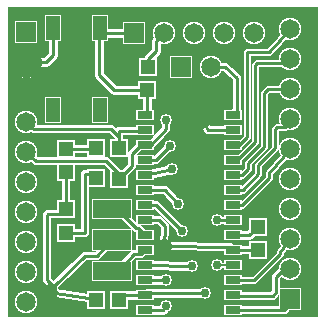
<source format=gbr>
%FSTAX24Y24*%
%MOIN*%
%IN LAYER1.GBR *%
%ADD10C,0.0050*%
%ADD11C,0.0100*%
%ADD12C,0.0150*%
%ADD13C,0.0240*%
%ADD14C,0.0260*%
%ADD15C,0.0300*%
%ADD16C,0.0350*%
%ADD17C,0.0400*%
%ADD18C,0.0650*%
%ADD19C,0.0750*%
%ADD20R,0.0472X0.0787*%
%ADD21R,0.0500X0.0250*%
%ADD22R,0.0500X0.0500*%
%ADD23R,0.0572X0.0887*%
%ADD24R,0.0600X0.0350*%
%ADD25R,0.0600X0.0600*%
%ADD26R,0.0650X0.0650*%
%ADD27R,0.0750X0.0750*%
%ADD28R,0.1260X0.0591*%
%ADD29R,0.1260X0.0669*%
%ADD30R,0.1360X0.0691*%
%ADD31R,0.1360X0.0769*%
G36*X-00005Y-00005D02*G01X010286D01*Y010286D01*X-00005D01*Y-00005D01*
G37*
%LPC*%
D25*X008297Y002183D03*D24*X007448Y002193D03*D17*X005157Y002323D03*D24*
X004528Y003193D03*D23*X003025Y0096D03*D25*X004606Y00752D03*D24*
X004528Y006693D03*D27*X00416Y00944D03*D23*X00145Y0096D03*D19*
X00055Y00846D03*Y00746D03*D23*X00145Y006844D03*X003025D03*D25*
X004616Y00829D03*D19*X00516Y00944D03*D25*X00189Y005551D03*
X002891Y005601D03*D19*X00055Y00046D03*Y00146D03*Y00246D03*Y00346D03*
Y00446D03*Y00546D03*D25*X003661Y004567D03*D24*X004528Y005693D03*D17*
X005236Y006535D03*D19*X00055Y00646D03*D25*X003661Y005591D03*D24*
X004528Y006193D03*D27*X00055Y00946D03*D24*X007448Y003193D03*D17*
X006929Y003189D03*D24*X007448Y003693D03*D19*X00937Y005551D03*
Y006551D03*D24*X007448Y004193D03*Y005693D03*D19*X00937Y009551D03*D24*
X007448Y006693D03*D19*X006732Y008307D03*D24*X004528Y005193D03*D17*
X005354Y005669D03*D24*X004528Y004693D03*D17*X005433Y004882D03*D24*
X004528Y004193D03*D17*X00563Y00374D03*D24*X004528Y003693D03*D17*
X005748Y002835D03*D24*X004528Y002693D03*D30*X003425Y003543D03*D24*
X004528Y002193D03*D30*X003425Y001496D03*D24*X007448Y001693D03*D17*
X006929D03*D24*X004528D03*D17*X006102Y001654D03*D24*X004528Y001193D03*
D17*X005236Y001181D03*D24*X004528Y000193D03*D17*X005236Y000315D03*D31*
X003425Y00252D03*D17*X001339Y000787D03*D25*X00189Y003543D03*
X00188Y004781D03*X002891Y000522D03*D19*X00816Y00944D03*X00716D03*
X00616D03*D27*X005732Y008307D03*D25*X00188Y002773D03*X002891Y004577D03*
D17*X006417Y006535D03*D24*X007448Y006193D03*D17*X006535Y000748D03*D24*
X004528Y000693D03*D25*X003661Y000512D03*D19*X00937Y008551D03*D24*
X007448Y005193D03*D19*X00937Y007551D03*D24*X007448Y004693D03*D19*
X00937Y004551D03*Y003551D03*Y002551D03*D24*X007448Y001193D03*D19*
X00937Y001551D03*D24*X007448Y000693D03*D27*X00937Y000551D03*D24*
X007448Y000193D03*Y002693D03*D25*X008307Y002953D03*D14*
X008297Y002183D02*G01X007448Y002193D01*X007357Y002283D01*
X005157Y002323D01*X005197Y002992D01*X005Y003189D01*X004531D01*
X004528Y003193D01*D15*X003025Y0096D02*Y009534D01*X002992Y009502D01*
Y008031D01*X003504Y00752D01*X004606D01*Y006693D01*X004528D01*
X003025Y009534D02*Y00944D01*X00416D01*X00145Y0096D02*Y008826D01*
X001457Y008819D01*Y008701D01*X00122Y008465D01*X000555D01*
X00055Y00846D01*Y00746D01*X004616Y00829D02*Y008553D01*
X004882Y008819D01*Y009162D01*X00516Y00944D01*D14*X00189Y005551D02*
X002852D01*X002891Y005601D01*X00055Y00546D02*X000882Y005157D01*
X001576Y005161D01*X002184D01*X003228Y005157D01*X003661Y004724D01*
Y004567D01*X004094Y005D01*Y005394D01*X004394Y005693D01*X004528D01*
X004709D01*X005236Y00622D01*Y006535D01*X00055Y00646D02*
X000819Y00622D01*X003386D01*X003661Y005945D01*Y005591D01*Y006142D01*
X004528D01*Y006193D01*D13*X007448Y003193D02*X006929Y003189D01*
X007448Y003693D02*X007748D01*X008661Y004606D01*Y004771D01*
X00937Y005551D01*X009189Y006299D02*X00937Y006551D01*X008937Y006299D02*
X009189D01*X008858Y00622D02*X008937Y006299D01*X008858Y005591D02*
Y00622D01*X008307Y005039D02*X008858Y005591D01*X008307Y004724D02*
Y005039D01*X007776Y004193D02*X008307Y004724D01*X007448Y004193D02*
X007776D01*X007448Y005693D02*X007661D01*X007913Y005945D01*Y00878D01*
X00867D01*X00937Y009551D01*D14*X007448Y006693D02*X007598Y006844D01*
Y007913D01*X007205Y008307D01*X006732D01*X004528Y005193D02*X004878D01*
X005354Y005669D01*D15*X004528Y004693D02*X005433Y004882D01*D14*
X004528Y004193D02*X005177D01*X00563Y00374D01*X004528Y003693D02*
X00489D01*X005748Y002835D01*X004528Y002693D02*X004307Y002913D01*
X004213D01*X003583Y003543D01*X003425D01*X004528Y002193D02*
X004382Y002047D01*X004173D01*X003622Y001496D01*X003425D01*D12*
X007448Y001693D02*X006929D01*D15*X004528D02*X006102Y001654D01*
X004528Y001193D02*X005236Y001181D01*X004528Y000193D02*X005114D01*
X005236Y000315D01*D14*X003425Y00252D02*X002913Y002008D01*X00252D01*
X001535Y001024D01*X001339Y000787D01*X001496Y000945D01*X00126Y001181D01*
Y003346D01*X001299Y003386D01*X001732D01*X00189Y003543D01*
X00188Y004781D01*X001339Y000787D02*X002862Y000551D01*X002891Y000522D01*
X00188Y002773D02*X00252D01*Y004724D01*X002852D01*X002891Y004577D01*
X006417Y006535D02*X006614Y006193D01*X007448D01*D15*X006535Y000748D02*
X004583D01*X004528Y000693D01*X003843D01*X003661Y000512D01*D13*
X00937Y008551D02*X009315Y008425D01*X008268D01*X008189Y008346D01*
Y005787D01*X007594Y005193D01*X007448D01*X00937Y007551D02*
X009449Y007559D01*X008622D01*X008504Y007441D01*Y00563D01*
X007953Y005079D01*Y004882D01*X007764Y004693D01*X007448D01*
X00937Y002551D02*X009016Y002126D01*Y002047D01*X008161Y001193D01*
X007448D01*D14*X00937Y001551D02*X009087Y001488D01*X008898Y001299D01*
Y000787D01*X00878Y000669D01*X007471D01*X007448Y000693D01*
X00937Y000551D02*X009193Y000193D01*X007448D01*D15*Y002693D02*
X007992Y002677D01*X008307Y002953D01*
%LPD*%
D22*X008297Y002183D03*D21*X007448Y002193D03*D15*X005157Y002323D03*D12*
X005264Y002429D02*X005299Y002464D01*X005157Y002473D02*Y002523D01*
X005051Y002429D02*X005016Y002464D01*X005007Y002323D02*X004957D01*
X005051Y002217D02*X005016Y002181D01*X005157Y002173D02*Y002123D01*
X005264Y002217D02*X005299Y002181D01*X005307Y002323D02*X005357D01*D21*
X004528Y003193D03*D20*X003025Y0096D03*D22*X004606Y00752D03*D21*
X004528Y006693D03*D26*X00416Y00944D03*D20*X00145Y0096D03*D18*
X00055Y00846D03*D16*X00078Y00869D02*X000815Y008725D01*X00055Y008785D02*
Y008835D01*X00032Y00869D02*X000285Y008725D01*X000225Y00846D02*
X000175D01*X00032Y00823D02*X000285Y008195D01*X00055Y008135D02*
Y008085D01*X00078Y00823D02*X000815Y008195D01*X000875Y00846D02*
X000925D01*D18*X00055Y00746D03*D16*X00078Y00769D02*X000815Y007725D01*
X00055Y007785D02*Y007835D01*X00032Y00769D02*X000285Y007725D01*
X000225Y00746D02*X000175D01*X00032Y00723D02*X000285Y007195D01*
X00055Y007135D02*Y007085D01*X00078Y00723D02*X000815Y007195D01*
X000875Y00746D02*X000925D01*D20*X00145Y006844D03*X003025D03*D22*
X004616Y00829D03*D18*X00516Y00944D03*D22*X00189Y005551D03*
X002891Y005601D03*D18*X00055Y00046D03*Y00146D03*Y00246D03*Y00346D03*
Y00446D03*Y00546D03*D22*X003661Y004567D03*D21*X004528Y005693D03*D15*
X005236Y006535D03*D18*X00055Y00646D03*D22*X003661Y005591D03*D21*
X004528Y006193D03*D26*X00055Y00946D03*D21*X007448Y003193D03*D15*
X006929Y003189D03*D21*X007448Y003693D03*D18*X00937Y005551D03*
Y006551D03*D21*X007448Y004193D03*Y005693D03*D18*X00937Y009551D03*D21*
X007448Y006693D03*D18*X006732Y008307D03*D21*X004528Y005193D03*D15*
X005354Y005669D03*D21*X004528Y004693D03*D15*X005433Y004882D03*D21*
X004528Y004193D03*D15*X00563Y00374D03*D21*X004528Y003693D03*D15*
X005748Y002835D03*D21*X004528Y002693D03*D28*X003425Y003543D03*D21*
X004528Y002193D03*D28*X003425Y001496D03*D21*X007448Y001693D03*D15*
X006929D03*D21*X004528D03*D15*X006102Y001654D03*D21*X004528Y001193D03*
D15*X005236Y001181D03*D21*X004528Y000193D03*D15*X005236Y000315D03*D29*
X003425Y00252D03*D15*X001339Y000787D03*D12*X001445Y000893D02*
X00148Y000929D01*X001339Y000937D02*Y000987D01*X001233Y000893D02*
X001197Y000929D01*X001189Y000787D02*X001139D01*X001233Y000681D02*
X001197Y000646D01*X001339Y000637D02*Y000587D01*X001445Y000681D02*
X00148Y000646D01*X001489Y000787D02*X001539D01*D22*X00189Y003543D03*
X00188Y004781D03*X002891Y000522D03*D18*X00816Y00944D03*X00716D03*
X00616D03*D26*X005732Y008307D03*D22*X00188Y002773D03*X002891Y004577D03*
D15*X006417Y006535D03*D12*X006523Y006642D02*X006559Y006677D01*
X006417Y006685D02*Y006735D01*X006311Y006642D02*X006276Y006677D01*
X006267Y006535D02*X006217D01*X006311Y006429D02*X006276Y006394D01*
X006417Y006385D02*Y006335D01*X006523Y006429D02*X006559Y006394D01*
X006567Y006535D02*X006617D01*D21*X007448Y006193D03*D15*
X006535Y000748D03*D21*X004528Y000693D03*D22*X003661Y000512D03*D18*
X00937Y008551D03*D21*X007448Y005193D03*D18*X00937Y007551D03*D21*
X007448Y004693D03*D18*X00937Y004551D03*Y003551D03*Y002551D03*D21*
X007448Y001193D03*D18*X00937Y001551D03*D21*X007448Y000693D03*D26*
X00937Y000551D03*D21*X007448Y000193D03*Y002693D03*D22*
X008307Y002953D03*D11*X008297Y002183D02*X007448Y002193D01*
X007357Y002283D01*X005157Y002323D01*X005197Y002992D01*X005Y003189D01*
X004531D01*X004528Y003193D01*X003025Y0096D02*Y009534D01*
X002992Y009502D01*Y008031D01*X003504Y00752D01*X004606D01*Y006693D01*
X004528D01*X003025Y009534D02*Y00944D01*X00416D01*X00145Y0096D02*
Y008826D01*X001457Y008819D01*Y008701D01*X00122Y008465D01*X000555D01*
X00055Y00846D01*Y00746D01*X004616Y00829D02*Y008553D01*
X004882Y008819D01*Y009162D01*X00516Y00944D01*X00189Y005551D02*
X002852D01*X002891Y005601D01*X00055Y00546D02*X000882Y005157D01*
X001576Y005161D01*X002184D01*X003228Y005157D01*X003661Y004724D01*
Y004567D01*X004094Y005D01*Y005394D01*X004394Y005693D01*X004528D01*
X004709D01*X005236Y00622D01*Y006535D01*X00055Y00646D02*
X000819Y00622D01*X003386D01*X003661Y005945D01*Y005591D01*Y006142D01*
X004528D01*Y006193D01*X007448Y003193D02*X006929Y003189D01*
X007448Y003693D02*X007748D01*X008661Y004606D01*Y004771D01*
X00937Y005551D01*X009189Y006299D02*X00937Y006551D01*X008937Y006299D02*
X009189D01*X008858Y00622D02*X008937Y006299D01*X008858Y005591D02*
Y00622D01*X008307Y005039D02*X008858Y005591D01*X008307Y004724D02*
Y005039D01*X007776Y004193D02*X008307Y004724D01*X007448Y004193D02*
X007776D01*X007448Y005693D02*X007661D01*X007913Y005945D01*Y00878D01*
X00867D01*X00937Y009551D01*X007448Y006693D02*X007598Y006844D01*
Y007913D01*X007205Y008307D01*X006732D01*X004528Y005193D02*X004878D01*
X005354Y005669D01*X004528Y004693D02*X005433Y004882D01*
X004528Y004193D02*X005177D01*X00563Y00374D01*X004528Y003693D02*
X00489D01*X005748Y002835D01*X004528Y002693D02*X004307Y002913D01*
X004213D01*X003583Y003543D01*X003425D01*X004528Y002193D02*
X004382Y002047D01*X004173D01*X003622Y001496D01*X003425D01*D10*
X007448Y001693D02*X006929D01*D11*X004528D02*X006102Y001654D01*
X004528Y001193D02*X005236Y001181D01*X004528Y000193D02*X005114D01*
X005236Y000315D01*X003425Y00252D02*X002913Y002008D01*X00252D01*
X001535Y001024D01*X001339Y000787D01*X001496Y000945D01*X00126Y001181D01*
Y003346D01*X001299Y003386D01*X001732D01*X00189Y003543D01*
X00188Y004781D01*X001339Y000787D02*X002862Y000551D01*X002891Y000522D01*
X00188Y002773D02*X00252D01*Y004724D01*X002852D01*X002891Y004577D01*
X006417Y006535D02*X006614Y006193D01*X007448D01*X006535Y000748D02*
X004583D01*X004528Y000693D01*X003843D01*X003661Y000512D01*
X00937Y008551D02*X009315Y008425D01*X008268D01*X008189Y008346D01*
Y005787D01*X007594Y005193D01*X007448D01*X00937Y007551D02*
X009449Y007559D01*X008622D01*X008504Y007441D01*Y00563D01*
X007953Y005079D01*Y004882D01*X007764Y004693D01*X007448D01*
X00937Y002551D02*X009016Y002126D01*Y002047D01*X008161Y001193D01*
X007448D01*X00937Y001551D02*X009087Y001488D01*X008898Y001299D01*
Y000787D01*X00878Y000669D01*X007471D01*X007448Y000693D01*
X00937Y000551D02*X009193Y000193D01*X007448D01*Y002693D02*
X007992Y002677D01*X008307Y002953D01*
M02*
</source>
